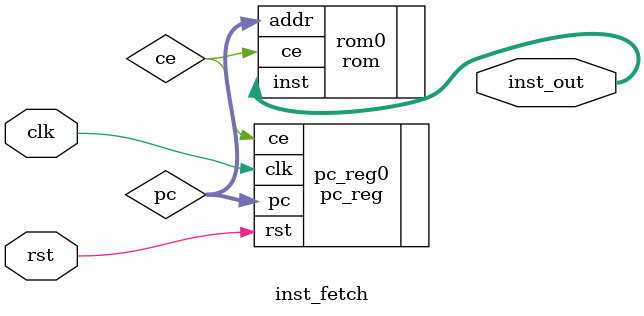
<source format=v>
module inst_fetch(
    input wire clk,
    input wire rst,
    output wire [31:0] inst_out
);
    wire [5:0] pc;
    wire ce;

    pc_reg pc_reg0(
        .clk(clk),
        .rst(rst),
        .ce(ce),
        .pc(pc)
    );
    rom rom0(
        .addr(pc),
        .ce(ce),
        .inst(inst_out)
    );
endmodule
</source>
